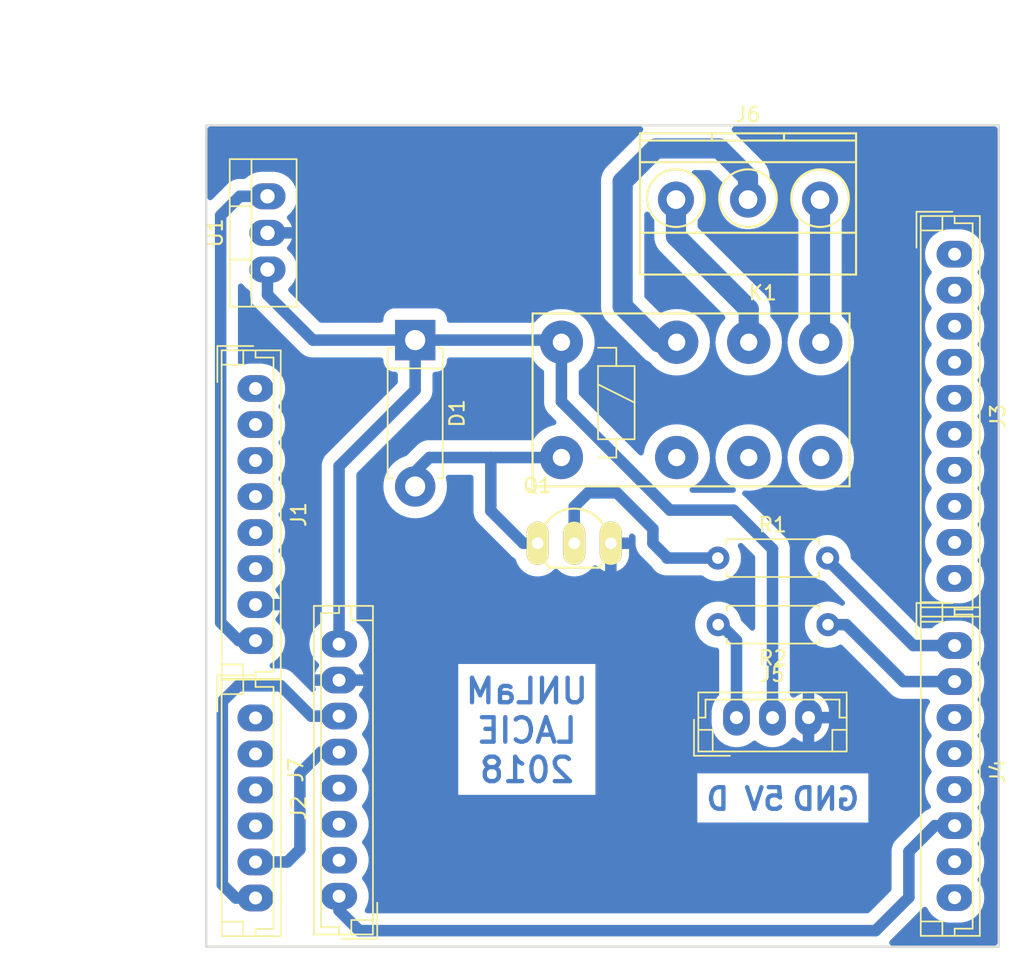
<source format=kicad_pcb>
(kicad_pcb (version 20221018) (generator pcbnew)
  (layers (0 "F.Cu" signal) (31 "B.Cu" signal) (34 "B.Paste" user) (35 "F.Paste" user) (36 "B.SilkS" user "B.Silkscreen") (37 "F.SilkS" user "F.Silkscreen") (38 "B.Mask" user) (39 "F.Mask" user) (44 "Edge.Cuts" user))
  (net 0 "")
  (net 1 "+5V")
  (net 2 "Net-(D1-Pad2)")
  (net 3 "Net-(J1-Pad1)")
  (net 4 "Net-(J1-Pad2)")
  (net 5 "Net-(J1-Pad3)")
  (net 6 "Net-(J1-Pad4)")
  (net 7 "Net-(J1-Pad5)")
  (net 8 "Net-(J1-Pad6)")
  (net 9 "GND")
  (net 10 "/Vin")
  (net 11 "Net-(J2-Pad1)")
  (net 12 "Net-(J2-Pad2)")
  (net 13 "Net-(J2-Pad3)")
  (net 14 "Net-(J2-Pad4)")
  (net 15 "/SDA")
  (net 16 "/SCL")
  (net 17 "Net-(J3-Pad1)")
  (net 18 "Net-(J3-Pad2)")
  (net 19 "Net-(J3-Pad3)")
  (net 20 "Net-(J3-Pad4)")
  (net 21 "Net-(J3-Pad5)")
  (net 22 "Net-(J3-Pad6)")
  (net 23 "Net-(J3-Pad7)")
  (net 24 "Net-(J3-Pad8)")
  (net 25 "Net-(J3-Pad9)")
  (net 26 "Net-(J3-Pad10)")
  (net 27 "Net-(J4-Pad1)")
  (net 28 "Net-(J4-Pad2)")
  (net 29 "Net-(J4-Pad3)")
  (net 30 "Net-(J4-Pad4)")
  (net 31 "Net-(J4-Pad5)")
  (net 32 "/INT")
  (net 33 "Net-(J4-Pad7)")
  (net 34 "Net-(J4-Pad8)")
  (net 35 "/Data")
  (net 36 "Net-(J6-Pad3)")
  (net 37 "Net-(J6-Pad1)")
  (net 38 "Net-(J6-Pad2)")
  (net 39 "Net-(J7-Pad2)")
  (net 40 "Net-(J7-Pad3)")
  (net 41 "Net-(J7-Pad4)")
  (net 42 "Net-(Q1-Pad2)")
  (net 43 "Net-(K1-Pad13)")
  (net 44 "Net-(K1-Pad11)")
  (net 45 "Net-(K1-Pad9)")
  (footprint "huellas:D_5W_P10.16mm_Horizontal" (layer "F.Cu") (at 35 35.9 -90)
    (fp_text reference "D1" (at 5.08 -2.91 270) (layer "F.SilkS"))
    (fp_text value "D")
    (fp_line (start 0.57 -1.91) (end 9.59 -1.91) (stroke (width 0.12)) (layer "F.SilkS"))
    (fp_line (start 0.57 -1.58) (end 0.57 -1.91) (stroke (width 0.12)) (layer "F.SilkS"))
    (fp_line (start 0.57 1.58) (end 0.57 1.91) (stroke (width 0.12)) (layer "F.SilkS"))
    (fp_line (start 0.57 1.91) (end 9.59 1.91) (stroke (width 0.12)) (layer "F.SilkS"))
    (fp_line (start 1.965 -1.91) (end 1.965 1.91) (stroke (width 0.12)) (layer "F.SilkS"))
    (fp_line (start 9.59 -1.91) (end 9.59 -1.58) (stroke (width 0.12)) (layer "F.SilkS"))
    (fp_line (start 9.59 1.91) (end 9.59 1.58) (stroke (width 0.12)) (layer "F.SilkS"))
    (pad "1" thru_hole rect (at 0 0 270) (size 2.8 2.8) (drill 1.4) (layers "*.Cu" "*.Mask") (net 1 "+5V"))
    (pad "2" thru_hole oval (at 10.16 0 270) (size 2.8 2.8) (drill 1.4) (layers "*.Cu" "*.Mask") (net 2 "Net-(D1-Pad2)"))
  )
  (footprint "huellas:JST_EH_B08B-EH-A_08x2.50mm_Straight" (layer "F.Cu") (at 23.92 39.26 -90)
    (fp_text reference "J1" (at 8.75 -3 270) (layer "F.SilkS"))
    (fp_text value "CONN_01X08")
    (fp_line (start -2.95 0.15) (end -2.95 2.65) (stroke (width 0.12)) (layer "F.SilkS"))
    (fp_line (start -2.95 2.65) (end -0.45 2.65) (stroke (width 0.12)) (layer "F.SilkS"))
    (fp_line (start -2.65 -1.75) (end -2.65 2.35) (stroke (width 0.12)) (layer "F.SilkS"))
    (fp_line (start -2.65 0) (end -2.15 0) (stroke (width 0.12)) (layer "F.SilkS"))
    (fp_line (start -2.65 0.85) (end -1.65 0.85) (stroke (width 0.12)) (layer "F.SilkS"))
    (fp_line (start -2.65 2.35) (end 20.15 2.35) (stroke (width 0.12)) (layer "F.SilkS"))
    (fp_line (start -2.15 -1.25) (end 19.65 -1.25) (stroke (width 0.12)) (layer "F.SilkS"))
    (fp_line (start -2.15 0) (end -2.15 -1.25) (stroke (width 0.12)) (layer "F.SilkS"))
    (fp_line (start -1.65 0.85) (end -1.65 2.35) (stroke (width 0.12)) (layer "F.SilkS"))
    (fp_line (start 19.15 0.85) (end 19.15 2.35) (stroke (width 0.12)) (layer "F.SilkS"))
    (fp_line (start 19.65 -1.25) (end 19.65 0) (stroke (width 0.12)) (layer "F.SilkS"))
    (fp_line (start 19.65 0) (end 20.15 0) (stroke (width 0.12)) (layer "F.SilkS"))
    (fp_line (start 20.15 -1.75) (end -2.65 -1.75) (stroke (width 0.12)) (layer "F.SilkS"))
    (fp_line (start 20.15 0.85) (end 19.15 0.85) (stroke (width 0.12)) (layer "F.SilkS"))
    (fp_line (start 20.15 2.35) (end 20.15 -1.75) (stroke (width 0.12)) (layer "F.SilkS"))
    (pad "1" thru_hole oval (at 0 0 270) (size 1.85 2.5) (drill 0.9) (layers "*.Cu" "*.Mask") (net 3 "Net-(J1-Pad1)"))
    (pad "2" thru_hole oval (at 2.5 0 270) (size 1.85 2.5) (drill 0.9) (layers "*.Cu" "*.Mask") (net 4 "Net-(J1-Pad2)"))
    (pad "3" thru_hole oval (at 5 0 270) (size 1.85 2.5) (drill 0.9) (layers "*.Cu" "*.Mask") (net 5 "Net-(J1-Pad3)"))
    (pad "4" thru_hole oval (at 7.5 0 270) (size 1.85 2.5) (drill 0.9) (layers "*.Cu" "*.Mask") (net 6 "Net-(J1-Pad4)"))
    (pad "5" thru_hole oval (at 10 0 270) (size 1.85 2.5) (drill 0.9) (layers "*.Cu" "*.Mask") (net 7 "Net-(J1-Pad5)"))
    (pad "6" thru_hole oval (at 12.5 0 270) (size 1.85 2.5) (drill 0.9) (layers "*.Cu" "*.Mask") (net 8 "Net-(J1-Pad6)"))
    (pad "7" thru_hole oval (at 15 0 270) (size 1.85 2.5) (drill 0.9) (layers "*.Cu" "*.Mask") (net 9 "GND"))
    (pad "8" thru_hole oval (at 17.5 0 270) (size 1.85 2.5) (drill 0.9) (layers "*.Cu" "*.Mask") (net 10 "/Vin"))
  )
  (footprint "huellas:JST_EH_B06B-EH-A_06x2.50mm_Straight" (layer "F.Cu") (at 23.92 62.12 -90)
    (fp_text reference "J2" (at 6.25 -3 270) (layer "F.SilkS"))
    (fp_text value "CONN_01X06")
    (fp_line (start -2.95 0.15) (end -2.95 2.65) (stroke (width 0.12)) (layer "F.SilkS"))
    (fp_line (start -2.95 2.65) (end -0.45 2.65) (stroke (width 0.12)) (layer "F.SilkS"))
    (fp_line (start -2.65 -1.75) (end -2.65 2.35) (stroke (width 0.12)) (layer "F.SilkS"))
    (fp_line (start -2.65 0) (end -2.15 0) (stroke (width 0.12)) (layer "F.SilkS"))
    (fp_line (start -2.65 0.85) (end -1.65 0.85) (stroke (width 0.12)) (layer "F.SilkS"))
    (fp_line (start -2.65 2.35) (end 15.15 2.35) (stroke (width 0.12)) (layer "F.SilkS"))
    (fp_line (start -2.15 -1.25) (end 14.65 -1.25) (stroke (width 0.12)) (layer "F.SilkS"))
    (fp_line (start -2.15 0) (end -2.15 -1.25) (stroke (width 0.12)) (layer "F.SilkS"))
    (fp_line (start -1.65 0.85) (end -1.65 2.35) (stroke (width 0.12)) (layer "F.SilkS"))
    (fp_line (start 14.15 0.85) (end 14.15 2.35) (stroke (width 0.12)) (layer "F.SilkS"))
    (fp_line (start 14.65 -1.25) (end 14.65 0) (stroke (width 0.12)) (layer "F.SilkS"))
    (fp_line (start 14.65 0) (end 15.15 0) (stroke (width 0.12)) (layer "F.SilkS"))
    (fp_line (start 15.15 -1.75) (end -2.65 -1.75) (stroke (width 0.12)) (layer "F.SilkS"))
    (fp_line (start 15.15 0.85) (end 14.15 0.85) (stroke (width 0.12)) (layer "F.SilkS"))
    (fp_line (start 15.15 2.35) (end 15.15 -1.75) (stroke (width 0.12)) (layer "F.SilkS"))
    (pad "1" thru_hole oval (at 0 0 270) (size 1.85 2.5) (drill 0.9) (layers "*.Cu" "*.Mask") (net 11 "Net-(J2-Pad1)"))
    (pad "2" thru_hole oval (at 2.5 0 270) (size 1.85 2.5) (drill 0.9) (layers "*.Cu" "*.Mask") (net 12 "Net-(J2-Pad2)"))
    (pad "3" thru_hole oval (at 5 0 270) (size 1.85 2.5) (drill 0.9) (layers "*.Cu" "*.Mask") (net 13 "Net-(J2-Pad3)"))
    (pad "4" thru_hole oval (at 7.5 0 270) (size 1.85 2.5) (drill 0.9) (layers "*.Cu" "*.Mask") (net 14 "Net-(J2-Pad4)"))
    (pad "5" thru_hole oval (at 10 0 270) (size 1.85 2.5) (drill 0.9) (layers "*.Cu" "*.Mask") (net 15 "/SDA"))
    (pad "6" thru_hole oval (at 12.5 0 270) (size 1.85 2.5) (drill 0.9) (layers "*.Cu" "*.Mask") (net 16 "/SCL"))
  )
  (footprint "huellas:JST_EH_B10B-EH-A_10x2.50mm_Straight" (layer "F.Cu") (at 72.44 29.94 -90)
    (fp_text reference "J3" (at 11.25 -3 270) (layer "F.SilkS"))
    (fp_text value "CONN_01X10")
    (fp_line (start -2.95 0.15) (end -2.95 2.65) (stroke (width 0.12)) (layer "F.SilkS"))
    (fp_line (start -2.95 2.65) (end -0.45 2.65) (stroke (width 0.12)) (layer "F.SilkS"))
    (fp_line (start -2.65 -1.75) (end -2.65 2.35) (stroke (width 0.12)) (layer "F.SilkS"))
    (fp_line (start -2.65 0) (end -2.15 0) (stroke (width 0.12)) (layer "F.SilkS"))
    (fp_line (start -2.65 0.85) (end -1.65 0.85) (stroke (width 0.12)) (layer "F.SilkS"))
    (fp_line (start -2.65 2.35) (end 25.15 2.35) (stroke (width 0.12)) (layer "F.SilkS"))
    (fp_line (start -2.15 -1.25) (end 24.65 -1.25) (stroke (width 0.12)) (layer "F.SilkS"))
    (fp_line (start -2.15 0) (end -2.15 -1.25) (stroke (width 0.12)) (layer "F.SilkS"))
    (fp_line (start -1.65 0.85) (end -1.65 2.35) (stroke (width 0.12)) (layer "F.SilkS"))
    (fp_line (start 24.15 0.85) (end 24.15 2.35) (stroke (width 0.12)) (layer "F.SilkS"))
    (fp_line (start 24.65 -1.25) (end 24.65 0) (stroke (width 0.12)) (layer "F.SilkS"))
    (fp_line (start 24.65 0) (end 25.15 0) (stroke (width 0.12)) (layer "F.SilkS"))
    (fp_line (start 25.15 -1.75) (end -2.65 -1.75) (stroke (width 0.12)) (layer "F.SilkS"))
    (fp_line (start 25.15 0.85) (end 24.15 0.85) (stroke (width 0.12)) (layer "F.SilkS"))
    (fp_line (start 25.15 2.35) (end 25.15 -1.75) (stroke (width 0.12)) (layer "F.SilkS"))
    (pad "1" thru_hole oval (at 0 0 270) (size 1.85 2.5) (drill 0.9) (layers "*.Cu" "*.Mask") (net 17 "Net-(J3-Pad1)"))
    (pad "2" thru_hole oval (at 2.5 0 270) (size 1.85 2.5) (drill 0.9) (layers "*.Cu" "*.Mask") (net 18 "Net-(J3-Pad2)"))
    (pad "3" thru_hole oval (at 5 0 270) (size 1.85 2.5) (drill 0.9) (layers "*.Cu" "*.Mask") (net 19 "Net-(J3-Pad3)"))
    (pad "4" thru_hole oval (at 7.5 0 270) (size 1.85 2.5) (drill 0.9) (layers "*.Cu" "*.Mask") (net 20 "Net-(J3-Pad4)"))
    (pad "5" thru_hole oval (at 10 0 270) (size 1.85 2.5) (drill 0.9) (layers "*.Cu" "*.Mask") (net 21 "Net-(J3-Pad5)"))
    (pad "6" thru_hole oval (at 12.5 0 270) (size 1.85 2.5) (drill 0.9) (layers "*.Cu" "*.Mask") (net 22 "Net-(J3-Pad6)"))
    (pad "7" thru_hole oval (at 15 0 270) (size 1.85 2.5) (drill 0.9) (layers "*.Cu" "*.Mask") (net 23 "Net-(J3-Pad7)"))
    (pad "8" thru_hole oval (at 17.5 0 270) (size 1.85 2.5) (drill 0.9) (layers "*.Cu" "*.Mask") (net 24 "Net-(J3-Pad8)"))
    (pad "9" thru_hole oval (at 20 0 270) (size 1.85 2.5) (drill 0.9) (layers "*.Cu" "*.Mask") (net 25 "Net-(J3-Pad9)"))
    (pad "10" thru_hole oval (at 22.5 0 270) (size 1.85 2.5) (drill 0.9) (layers "*.Cu" "*.Mask") (net 26 "Net-(J3-Pad10)"))
  )
  (footprint "huellas:JST_EH_B08B-EH-A_08x2.50mm_Straight" (layer "F.Cu") (at 72.4408 57.0992 -90)
    (fp_text reference "J4" (at 8.75 -3 270) (layer "F.SilkS"))
    (fp_text value "CONN_01X08")
    (fp_line (start -2.95 0.15) (end -2.95 2.65) (stroke (width 0.12)) (layer "F.SilkS"))
    (fp_line (start -2.95 2.65) (end -0.45 2.65) (stroke (width 0.12)) (layer "F.SilkS"))
    (fp_line (start -2.65 -1.75) (end -2.65 2.35) (stroke (width 0.12)) (layer "F.SilkS"))
    (fp_line (start -2.65 0) (end -2.15 0) (stroke (width 0.12)) (layer "F.SilkS"))
    (fp_line (start -2.65 0.85) (end -1.65 0.85) (stroke (width 0.12)) (layer "F.SilkS"))
    (fp_line (start -2.65 2.35) (end 20.15 2.35) (stroke (width 0.12)) (layer "F.SilkS"))
    (fp_line (start -2.15 -1.25) (end 19.65 -1.25) (stroke (width 0.12)) (layer "F.SilkS"))
    (fp_line (start -2.15 0) (end -2.15 -1.25) (stroke (width 0.12)) (layer "F.SilkS"))
    (fp_line (start -1.65 0.85) (end -1.65 2.35) (stroke (width 0.12)) (layer "F.SilkS"))
    (fp_line (start 19.15 0.85) (end 19.15 2.35) (stroke (width 0.12)) (layer "F.SilkS"))
    (fp_line (start 19.65 -1.25) (end 19.65 0) (stroke (width 0.12)) (layer "F.SilkS"))
    (fp_line (start 19.65 0) (end 20.15 0) (stroke (width 0.12)) (layer "F.SilkS"))
    (fp_line (start 20.15 -1.75) (end -2.65 -1.75) (stroke (width 0.12)) (layer "F.SilkS"))
    (fp_line (start 20.15 0.85) (end 19.15 0.85) (stroke (width 0.12)) (layer "F.SilkS"))
    (fp_line (start 20.15 2.35) (end 20.15 -1.75) (stroke (width 0.12)) (layer "F.SilkS"))
    (pad "1" thru_hole oval (at 0 0 270) (size 1.85 2.5) (drill 0.9) (layers "*.Cu" "*.Mask") (net 27 "Net-(J4-Pad1)"))
    (pad "2" thru_hole oval (at 2.5 0 270) (size 1.85 2.5) (drill 0.9) (layers "*.Cu" "*.Mask") (net 28 "Net-(J4-Pad2)"))
    (pad "3" thru_hole oval (at 5 0 270) (size 1.85 2.5) (drill 0.9) (layers "*.Cu" "*.Mask") (net 29 "Net-(J4-Pad3)"))
    (pad "4" thru_hole oval (at 7.5 0 270) (size 1.85 2.5) (drill 0.9) (layers "*.Cu" "*.Mask") (net 30 "Net-(J4-Pad4)"))
    (pad "5" thru_hole oval (at 10 0 270) (size 1.85 2.5) (drill 0.9) (layers "*.Cu" "*.Mask") (net 31 "Net-(J4-Pad5)"))
    (pad "6" thru_hole oval (at 12.5 0 270) (size 1.85 2.5) (drill 0.9) (layers "*.Cu" "*.Mask") (net 32 "/INT"))
    (pad "7" thru_hole oval (at 15 0 270) (size 1.85 2.5) (drill 0.9) (layers "*.Cu" "*.Mask") (net 33 "Net-(J4-Pad7)"))
    (pad "8" thru_hole oval (at 17.5 0 270) (size 1.85 2.5) (drill 0.9) (layers "*.Cu" "*.Mask") (net 34 "Net-(J4-Pad8)"))
  )
  (footprint "huellas:JST_EH_B03B-EH-A_03x2.50mm_Straight" (layer "F.Cu") (at 57.3 62.1)
    (fp_text reference "J5" (at 2.5 -3) (layer "F.SilkS"))
    (fp_text value "CONN_01X03")
    (fp_line (start -2.95 0.15) (end -2.95 2.65) (stroke (width 0.12)) (layer "F.SilkS"))
    (fp_line (start -2.95 2.65) (end -0.45 2.65) (stroke (width 0.12)) (layer "F.SilkS"))
    (fp_line (start -2.65 -1.75) (end -2.65 2.35) (stroke (width 0.12)) (layer "F.SilkS"))
    (fp_line (start -2.65 0) (end -2.15 0) (stroke (width 0.12)) (layer "F.SilkS"))
    (fp_line (start -2.65 0.85) (end -1.65 0.85) (stroke (width 0.12)) (layer "F.SilkS"))
    (fp_line (start -2.65 2.35) (end 7.65 2.35) (stroke (width 0.12)) (layer "F.SilkS"))
    (fp_line (start -2.15 -1.25) (end 7.15 -1.25) (stroke (width 0.12)) (layer "F.SilkS"))
    (fp_line (start -2.15 0) (end -2.15 -1.25) (stroke (width 0.12)) (layer "F.SilkS"))
    (fp_line (start -1.65 0.85) (end -1.65 2.35) (stroke (width 0.12)) (layer "F.SilkS"))
    (fp_line (start 6.65 0.85) (end 6.65 2.35) (stroke (width 0.12)) (layer "F.SilkS"))
    (fp_line (start 7.15 -1.25) (end 7.15 0) (stroke (width 0.12)) (layer "F.SilkS"))
    (fp_line (start 7.15 0) (end 7.65 0) (stroke (width 0.12)) (layer "F.SilkS"))
    (fp_line (start 7.65 -1.75) (end -2.65 -1.75) (stroke (width 0.12)) (layer "F.SilkS"))
    (fp_line (start 7.65 0.85) (end 6.65 0.85) (stroke (width 0.12)) (layer "F.SilkS"))
    (fp_line (start 7.65 2.35) (end 7.65 -1.75) (stroke (width 0.12)) (layer "F.SilkS"))
    (pad "1" thru_hole oval (at 0 0) (size 1.85 2.5) (drill 0.9) (layers "*.Cu" "*.Mask") (net 35 "/Data"))
    (pad "2" thru_hole oval (at 2.5 0) (size 1.85 2.5) (drill 0.9) (layers "*.Cu" "*.Mask") (net 1 "+5V"))
    (pad "3" thru_hole oval (at 5 0) (size 1.85 2.5) (drill 0.9) (layers "*.Cu" "*.Mask") (net 9 "GND"))
  )
  (footprint "huellas:TerminalBlock_Pheonix_MKDS1.5-3pol" (layer "F.Cu") (at 63.1 26.15 180)
    (fp_text reference "J6" (at 5 5.9 180) (layer "F.SilkS"))
    (fp_text value "Screw_Terminal_1x03")
    (fp_line (start -2.5 -5.2) (end -2.5 4.6) (stroke (width 0.15)) (layer "F.SilkS"))
    (fp_line (start -2.5 -2.3) (end 12.5 -2.3) (stroke (width 0.15)) (layer "F.SilkS"))
    (fp_line (start -2.5 2.6) (end 12.5 2.6) (stroke (width 0.15)) (layer "F.SilkS"))
    (fp_line (start -2.5 4.1) (end 12.5 4.1) (stroke (width 0.15)) (layer "F.SilkS"))
    (fp_line (start -2.5 4.6) (end 12.5 4.6) (stroke (width 0.15)) (layer "F.SilkS"))
    (fp_line (start 2.5 4.1) (end 2.5 4.6) (stroke (width 0.15)) (layer "F.SilkS"))
    (fp_line (start 7.5 4.1) (end 7.5 4.6) (stroke (width 0.15)) (layer "F.SilkS"))
    (fp_line (start 12.5 -5.2) (end -2.5 -5.2) (stroke (width 0.15)) (layer "F.SilkS"))
    (fp_line (start 12.5 4.6) (end 12.5 -5.2) (stroke (width 0.15)) (layer "F.SilkS"))
    (fp_circle (center 0 0.1) (end 2 0.1) (stroke (width 0.15)) (fill none) (layer "F.SilkS"))
    (fp_circle (center 5 0.1) (end 3 0.1) (stroke (width 0.15)) (fill none) (layer "F.SilkS"))
    (fp_circle (center 10 0.1) (end 8 0.1) (stroke (width 0.15)) (fill none) (layer "F.SilkS"))
    (pad "1" thru_hole circle (at 0 0 180) (size 2.5 2.5) (drill 1.3) (layers "*.Cu" "*.Mask") (net 37 "Net-(J6-Pad1)"))
    (pad "2" thru_hole circle (at 5 0 180) (size 2.5 2.5) (drill 1.3) (layers "*.Cu" "*.Mask") (net 38 "Net-(J6-Pad2)"))
    (pad "3" thru_hole circle (at 10 0 180) (size 2.5 2.5) (drill 1.3) (layers "*.Cu" "*.Mask") (net 36 "Net-(J6-Pad3)"))
  )
  (footprint "huellas:JST_EH_B08B-EH-A_08x2.50mm_Straight" (layer "F.Cu") (at 29.718 74.4982 90)
    (fp_text reference "J7" (at 8.75 -3 90) (layer "F.SilkS"))
    (fp_text value "CONN_01X08")
    (fp_line (start -2.95 0.15) (end -2.95 2.65) (stroke (width 0.12)) (layer "F.SilkS"))
    (fp_line (start -2.95 2.65) (end -0.45 2.65) (stroke (width 0.12)) (layer "F.SilkS"))
    (fp_line (start -2.65 -1.75) (end -2.65 2.35) (stroke (width 0.12)) (layer "F.SilkS"))
    (fp_line (start -2.65 0) (end -2.15 0) (stroke (width 0.12)) (layer "F.SilkS"))
    (fp_line (start -2.65 0.85) (end -1.65 0.85) (stroke (width 0.12)) (layer "F.SilkS"))
    (fp_line (start -2.65 2.35) (end 20.15 2.35) (stroke (width 0.12)) (layer "F.SilkS"))
    (fp_line (start -2.15 -1.25) (end 19.65 -1.25) (stroke (width 0.12)) (layer "F.SilkS"))
    (fp_line (start -2.15 0) (end -2.15 -1.25) (stroke (width 0.12)) (layer "F.SilkS"))
    (fp_line (start -1.65 0.85) (end -1.65 2.35) (stroke (width 0.12)) (layer "F.SilkS"))
    (fp_line (start 19.15 0.85) (end 19.15 2.35) (stroke (width 0.12)) (layer "F.SilkS"))
    (fp_line (start 19.65 -1.25) (end 19.65 0) (stroke (width 0.12)) (layer "F.SilkS"))
    (fp_line (start 19.65 0) (end 20.15 0) (stroke (width 0.12)) (layer "F.SilkS"))
    (fp_line (start 20.15 -1.75) (end -2.65 -1.75) (stroke (width 0.12)) (layer "F.SilkS"))
    (fp_line (start 20.15 0.85) (end 19.15 0.85) (stroke (width 0.12)) (layer "F.SilkS"))
    (fp_line (start 20.15 2.35) (end 20.15 -1.75) (stroke (width 0.12)) (layer "F.SilkS"))
    (pad "1" thru_hole oval (at 0 0 90) (size 1.85 2.5) (drill 0.9) (layers "*.Cu" "*.Mask") (net 32 "/INT"))
    (pad "2" thru_hole oval (at 2.5 0 90) (size 1.85 2.5) (drill 0.9) (layers "*.Cu" "*.Mask") (net 39 "Net-(J7-Pad2)"))
    (pad "3" thru_hole oval (at 5 0 90) (size 1.85 2.5) (drill 0.9) (layers "*.Cu" "*.Mask") (net 40 "Net-(J7-Pad3)"))
    (pad "4" thru_hole oval (at 7.5 0 90) (size 1.85 2.5) (drill 0.9) (layers "*.Cu" "*.Mask") (net 41 "Net-(J7-Pad4)"))
    (pad "5" thru_hole oval (at 10 0 90) (size 1.85 2.5) (drill 0.9) (layers "*.Cu" "*.Mask") (net 15 "/SDA"))
    (pad "6" thru_hole oval (at 12.5 0 90) (size 1.85 2.5) (drill 0.9) (layers "*.Cu" "*.Mask") (net 16 "/SCL"))
    (pad "7" thru_hole oval (at 15 0 90) (size 1.85 2.5) (drill 0.9) (layers "*.Cu" "*.Mask") (net 9 "GND"))
    (pad "8" thru_hole oval (at 17.5 0 90) (size 1.85 2.5) (drill 0.9) (layers "*.Cu" "*.Mask") (net 1 "+5V"))
  )
  (footprint "huellas:Relay_THT_5V" (layer "F.Cu") (at 45.15 44.05)
    (fp_text reference "K1" (at 13.97 -11.43) (layer "F.SilkS"))
    (fp_text value "AZ850-x")
    (fp_line (start -2 -10) (end -2 2) (stroke (width 0.15)) (layer "F.SilkS"))
    (fp_line (start -2 2) (end 20 2) (stroke (width 0.15)) (layer "F.SilkS"))
    (fp_line (start 2.54 -7.62) (end 3.81 -7.62) (stroke (width 0.12)) (layer "F.SilkS"))
    (fp_line (start 2.54 -6.35) (end 3.81 -6.35) (stroke (width 0.12)) (layer "F.SilkS"))
    (fp_line (start 2.54 -5.08) (end 5.08 -3.81) (stroke (width 0.12)) (layer "F.SilkS"))
    (fp_line (start 2.54 -1.27) (end 2.54 -6.35) (stroke (width 0.12)) (layer "F.SilkS"))
    (fp_line (start 3.81 -7.62) (end 3.81 -6.35) (stroke (width 0.12)) (layer "F.SilkS"))
    (fp_line (start 3.81 -6.35) (end 5.08 -6.35) (stroke (width 0.12)) (layer "F.SilkS"))
    (fp_line (start 3.81 -1.27) (end 3.81 0) (stroke (width 0.12)) (layer "F.SilkS"))
    (fp_line (start 3.81 0) (end 2.54 0) (stroke (width 0.12)) (layer "F.SilkS"))
    (fp_line (start 5.08 -6.35) (end 5.08 -1.27) (stroke (width 0.12)) (layer "F.SilkS"))
    (fp_line (start 5.08 -1.27) (end 2.54 -1.27) (stroke (width 0.12)) (layer "F.SilkS"))
    (fp_line (start 20 -10) (end -2 -10) (stroke (width 0.15)) (layer "F.SilkS"))
    (fp_line (start 20 2) (end 20 -10) (stroke (width 0.15)) (layer "F.SilkS"))
    (pad "1" thru_hole circle (at 0 -8) (size 2.99974 2.99974) (drill 1.19888) (layers "*.Cu" "*.Mask") (net 1 "+5V"))
    (pad "4" thru_hole circle (at 8 -8) (size 2.99974 2.99974) (drill 1.19888) (layers "*.Cu" "*.Mask") (net 38 "Net-(J6-Pad2)"))
    (pad "6" thru_hole circle (at 13 -8) (size 2.99974 2.99974) (drill 1.19888) (layers "*.Cu" "*.Mask") (net 36 "Net-(J6-Pad3)"))
    (pad "8" thru_hole circle (at 18 -8) (size 2.99974 2.99974) (drill 1.19888) (layers "*.Cu" "*.Mask") (net 37 "Net-(J6-Pad1)"))
    (pad "9" thru_hole circle (at 18 0) (size 2.99974 2.99974) (drill 1.19888) (layers "*.Cu" "*.Mask") (net 45 "Net-(K1-Pad9)"))
    (pad "11" thru_hole circle (at 13 0) (size 2.99974 2.99974) (drill 1.19888) (layers "*.Cu" "*.Mask") (net 44 "Net-(K1-Pad11)"))
    (pad "13" thru_hole circle (at 8 0) (size 2.99974 2.99974) (drill 1.19888) (layers "*.Cu" "*.Mask") (net 43 "Net-(K1-Pad13)"))
    (pad "16" thru_hole circle (at 0 0) (size 2.99974 2.99974) (drill 1.19888) (layers "*.Cu" "*.Mask") (net 2 "Net-(D1-Pad2)"))
  )
  (footprint "TO_SOT_Packages_THT:TO-92_Inline_Wide" (layer "F.Cu") (at 43.5 50)
    (fp_text reference "Q1" (at 0 -4 180) (layer "F.SilkS"))
    (fp_text value "BC548")
    (fp_line (start 0.84 1.7) (end 4.24 1.7) (stroke (width 0.15)) (layer "F.SilkS"))
    (fp_arc (start 0.355121 -0.993127) (mid 1.240675 -2.017858) (end 2.54 -2.4) (stroke (width 0.15)) (layer "F.SilkS"))
    (fp_arc (start 0.84 1.7) (mid 0.564627 1.370365) (end 0.352305 0.99699) (stroke (width 0.15)) (layer "F.SilkS"))
    (fp_arc (start 2.54 -2.4) (mid 3.839326 -2.017858) (end 4.724879 -0.993127) (stroke (width 0.15)) (layer "F.SilkS"))
    (fp_arc (start 4.727695 0.99699) (mid 4.515373 1.370365) (end 4.24 1.7) (stroke (width 0.15)) (layer "F.SilkS"))
    (pad "1" thru_hole oval (at 0 0 90) (size 3 1.524) (drill 0.8) (layers "*.Cu" "*.Mask" "F.SilkS") (net 2 "Net-(D1-Pad2)"))
    (pad "2" thru_hole oval (at 2.54 0 90) (size 3 1.524) (drill 0.8) (layers "*.Cu" "*.Mask" "F.SilkS") (net 42 "Net-(Q1-Pad2)"))
    (pad "3" thru_hole oval (at 5.08 0 90) (size 3 1.524) (drill 0.8) (layers "*.Cu" "*.Mask" "F.SilkS") (net 9 "GND"))
  )
  (footprint "huellas:R_Axial_DIN0207_L6.3mm_D2.5mm_P7.62mm_Horizontal" (layer "F.Cu") (at 56.007 51.0286)
    (fp_text reference "R1" (at 3.81 -2.31) (layer "F.SilkS"))
    (fp_text value "1K")
    (fp_line (start 0.6 -1.31) (end 7.02 -1.31) (stroke (width 0.12)) (layer "F.SilkS"))
    (fp_line (start 0.6 -0.98) (end 0.6 -1.31) (stroke (width 0.12)) (layer "F.SilkS"))
    (fp_line (start 0.6 0.98) (end 0.6 1.31) (stroke (width 0.12)) (layer "F.SilkS"))
    (fp_line (start 0.6 1.31) (end 7.02 1.31) (stroke (width 0.12)) (layer "F.SilkS"))
    (fp_line (start 7.02 -1.31) (end 7.02 -0.98) (stroke (width 0.12)) (layer "F.SilkS"))
    (fp_line (start 7.02 1.31) (end 7.02 0.98) (stroke (width 0.12)) (layer "F.SilkS"))
    (pad "1" thru_hole circle (at 0 0) (size 1.6 1.6) (drill 0.8) (layers "*.Cu" "*.Mask") (net 42 "Net-(Q1-Pad2)"))
    (pad "2" thru_hole oval (at 7.62 0) (size 1.6 1.6) (drill 0.8) (layers "*.Cu" "*.Mask") (net 27 "Net-(J4-Pad1)"))
  )
  (footprint "huellas:R_Axial_DIN0207_L6.3mm_D2.5mm_P7.62mm_Horizontal" (layer "F.Cu") (at 63.6524 55.6514 180)
    (fp_text reference "R2" (at 3.81 -2.31 180) (layer "F.SilkS"))
    (fp_text value "330")
    (fp_line (start 0.6 -1.31) (end 7.02 -1.31) (stroke (width 0.12)) (layer "F.SilkS"))
    (fp_line (start 0.6 -0.98) (end 0.6 -1.31) (stroke (width 0.12)) (layer "F.SilkS"))
    (fp_line (start 0.6 0.98) (end 0.6 1.31) (stroke (width 0.12)) (layer "F.SilkS"))
    (fp_line (start 0.6 1.31) (end 7.02 1.31) (stroke (width 0.12)) (layer "F.SilkS"))
    (fp_line (start 7.02 -1.31) (end 7.02 -0.98) (stroke (width 0.12)) (layer "F.SilkS"))
    (fp_line (start 7.02 1.31) (end 7.02 0.98) (stroke (width 0.12)) (layer "F.SilkS"))
    (pad "1" thru_hole circle (at 0 0 180) (size 1.6 1.6) (drill 0.8) (layers "*.Cu" "*.Mask") (net 28 "Net-(J4-Pad2)"))
    (pad "2" thru_hole oval (at 7.62 0 180) (size 1.6 1.6) (drill 0.8) (layers "*.Cu" "*.Mask") (net 35 "/Data"))
  )
  (footprint "huellas:TO-220_Vertical" (layer "F.Cu") (at 24.75 31 90)
    (fp_text reference "U1" (at 2.54 -3.62 90) (layer "F.SilkS"))
    (fp_text value "7805")
    (fp_line (start -2.58 -2.62) (end -2.58 2.021) (stroke (width 0.12)) (layer "F.SilkS"))
    (fp_line (start -2.58 -2.62) (end 7.66 -2.62) (stroke (width 0.12)) (layer "F.SilkS"))
    (fp_line (start -2.58 -1.11) (end 7.66 -1.11) (stroke (width 0.12)) (layer "F.SilkS"))
    (fp_line (start -2.58 2.021) (end 7.66 2.021) (stroke (width 0.12)) (layer "F.SilkS"))
    (fp_line (start 0.69 -2.62) (end 0.69 -1.11) (stroke (width 0.12)) (layer "F.SilkS"))
    (fp_line (start 4.391 -2.62) (end 4.391 -1.11) (stroke (width 0.12)) (layer "F.SilkS"))
    (fp_line (start 7.66 -2.62) (end 7.66 2.021) (stroke (width 0.12)) (layer "F.SilkS"))
    (pad "1" thru_hole oval (at 0 0 90) (size 1.8 2.5) (drill 1) (layers "*.Cu" "*.Mask") (net 1 "+5V"))
    (pad "2" thru_hole oval (at 2.54 0 90) (size 1.8 2.5) (drill 1) (layers "*.Cu" "*.Mask") (net 9 "GND"))
    (pad "3" thru_hole oval (at 5.08 0 90) (size 1.8 2.5) (drill 1) (layers "*.Cu" "*.Mask") (net 10 "/Vin"))
  )
  (gr_line (start 20.5 21) (end 75.5 21) (stroke (width 0.15)) (layer "Edge.Cuts"))
  (gr_line (start 20.5 78) (end 20.5 21) (stroke (width 0.15)) (layer "Edge.Cuts"))
  (gr_line (start 75.5 21) (end 75.5 78) (stroke (width 0.15)) (layer "Edge.Cuts"))
  (gr_line (start 75.5 78) (end 20.5 78) (stroke (width 0.15)) (layer "Edge.Cuts"))
  (gr_text "5V" (at 59.25 67.75) (layer "B.Cu") (effects (font (size 1.5 1.5) (thickness 0.3)) (justify mirror)))
  (gr_text "D" (at 56 67.75) (layer "B.Cu") (effects (font (size 1.5 1.5) (thickness 0.3)) (justify mirror)))
  (gr_text "UNLaM\nLACIE\n2018" (at 42.75 63) (layer "B.Cu") (effects (font (size 1.7 1.7) (thickness 0.3)) (justify mirror)))
  (gr_text "GND" (at 63.5 67.75) (layer "B.Cu") (effects (font (size 1.5 1.5) (thickness 0.3)) (justify mirror)))
  (segment (start 45 35.9) (end 45.15 36.05) (width 0.8) (layer "B.Cu") (net 1))
  (segment (start 35 35.9) (end 27.9 35.9) (width 0.8) (layer "B.Cu") (net 1))
  (segment (start 29.718 44.6532) (end 35 39.3712) (width 0.8) (layer "B.Cu") (net 1))
  (segment (start 35 39.3712) (end 35 35.9) (width 0.8) (layer "B.Cu") (net 1))
  (segment (start 24.75 32.75) (end 24.75 31) (width 0.8) (layer "B.Cu") (net 1))
  (segment (start 52.679914 47.7) (end 57.1 47.7) (width 0.8) (layer "B.Cu") (net 1))
  (segment (start 59.8 50.4) (end 59.8 60.05) (width 0.8) (layer "B.Cu") (net 1))
  (segment (start 35 35.9) (end 45 35.9) (width 0.8) (layer "B.Cu") (net 1))
  (segment (start 45.15 36.05) (end 45.15 40.170086) (width 0.8) (layer "B.Cu") (net 1))
  (segment (start 57.1 47.7) (end 59.8 50.4) (width 0.8) (layer "B.Cu") (net 1))
  (segment (start 45.15 40.170086) (end 52.679914 47.7) (width 0.8) (layer "B.Cu") (net 1))
  (segment (start 59.8 60.05) (end 59.8 62.1) (width 0.8) (layer "B.Cu") (net 1))
  (segment (start 29.718 56.9982) (end 29.718 44.6532) (width 0.8) (layer "B.Cu") (net 1))
  (segment (start 27.9 35.9) (end 24.75 32.75) (width 0.8) (layer "B.Cu") (net 1))
  (segment (start 45.1 44) (end 45.15 44.05) (width 0.6) (layer "B.Cu") (net 2))
  (segment (start 45.15 44.05) (end 45 44.2) (width 0.8) (layer "B.Cu") (net 2))
  (segment (start 35 45.0354) (end 35.9854 44.05) (width 0.8) (layer "B.Cu") (net 2))
  (segment (start 35.9854 44.05) (end 40.25 44.05) (width 0.8) (layer "B.Cu") (net 2))
  (segment (start 42.5 50) (end 40.25 47.75) (width 0.8) (layer "B.Cu") (net 2))
  (segment (start 40.25 47.75) (end 40.25 44.05) (width 0.8) (layer "B.Cu") (net 2))
  (segment (start 40.25 44.05) (end 45.15 44.05) (width 0.8) (layer "B.Cu") (net 2))
  (segment (start 35 46.06) (end 35 45.0354) (width 0.8) (layer "B.Cu") (net 2))
  (segment (start 43.5 50) (end 42.5 50) (width 0.8) (layer "B.Cu") (net 2))
  (segment (start 22.76 56.76) (end 21.5 55.5) (width 0.8) (layer "B.Cu") (net 10))
  (segment (start 21.5 55.5) (end 21.5 27.25) (width 0.8) (layer "B.Cu") (net 10))
  (segment (start 21.5 27.25) (end 22.83 25.92) (width 0.8) (layer "B.Cu") (net 10))
  (segment (start 22.83 25.92) (end 24.75 25.92) (width 0.8) (layer "B.Cu") (net 10))
  (segment (start 23.92 56.76) (end 23.26 56.76) (width 0.8) (layer "B.Cu") (net 10))
  (segment (start 23.92 56.76) (end 22.76 56.76) (width 0.8) (layer "B.Cu") (net 10))
  (segment (start 26.1272 72.12) (end 27.0002 71.247) (width 0.8) (layer "B.Cu") (net 15))
  (segment (start 27.0002 71.247) (end 27.0002 65.9638) (width 0.8) (layer "B.Cu") (net 15))
  (segment (start 27.0002 65.9638) (end 28.4658 64.4982) (width 0.8) (layer "B.Cu") (net 15))
  (segment (start 28.4658 64.4982) (end 29.718 64.4982) (width 0.8) (layer "B.Cu") (net 15))
  (segment (start 23.92 72.12) (end 26.1272 72.12) (width 0.8) (layer "B.Cu") (net 15))
  (segment (start 23.92 72.12) (end 25.08 72.12) (width 0.8) (layer "B.Cu") (net 15))
  (segment (start 27.7844 61.9982) (end 25.6794 59.8932) (width 0.8) (layer "B.Cu") (net 16))
  (segment (start 25.6794 59.8932) (end 22.7076 59.8932) (width 0.8) (layer "B.Cu") (net 16))
  (segment (start 22.7076 59.8932) (end 21.6154 60.9854) (width 0.8) (layer "B.Cu") (net 16))
  (segment (start 21.6154 60.9854) (end 21.6154 73.6854) (width 0.8) (layer "B.Cu") (net 16))
  (segment (start 21.6154 73.6854) (end 22.55 74.62) (width 0.8) (layer "B.Cu") (net 16))
  (segment (start 22.55 74.62) (end 23.92 74.62) (width 0.8) (layer "B.Cu") (net 16))
  (segment (start 23.92 74.62) (end 24.38 74.62) (width 0.8) (layer "B.Cu") (net 16))
  (segment (start 23.92 74.62) (end 23.92 74.82) (width 0.6) (layer "B.Cu") (net 16))
  (segment (start 29.718 61.9982) (end 27.7844 61.9982) (width 0.8) (layer "B.Cu") (net 16))
  (segment (start 69.5706 57.0992) (end 63.627 51.1556) (width 0.8) (layer "B.Cu") (net 27))
  (segment (start 63.627 51.1556) (end 63.627 51.0286) (width 0.8) (layer "B.Cu") (net 27))
  (segment (start 72.4408 57.0992) (end 69.5706 57.0992) (width 0.8) (layer "B.Cu") (net 27))
  (segment (start 64.9224 55.6514) (end 68.8702 59.5992) (width 0.8) (layer "B.Cu") (net 28))
  (segment (start 68.8702 59.5992) (end 72.4408 59.5992) (width 0.8) (layer "B.Cu") (net 28))
  (segment (start 63.6524 55.6514) (end 64.9224 55.6514) (width 0.8) (layer "B.Cu") (net 28))
  (segment (start 29.718 75.4888) (end 31.115 76.8858) (width 0.8) (layer "B.Cu") (net 32))
  (segment (start 31.115 76.8858) (end 66.9544 76.8858) (width 0.8) (layer "B.Cu") (net 32))
  (segment (start 66.9544 76.8858) (end 69.2658 74.5744) (width 0.8) (layer "B.Cu") (net 32))
  (segment (start 69.2658 74.5744) (end 69.2658 71.3994) (width 0.8) (layer "B.Cu") (net 32))
  (segment (start 69.2658 71.3994) (end 71.066 69.5992) (width 0.8) (layer "B.Cu") (net 32))
  (segment (start 71.066 69.5992) (end 72.4408 69.5992) (width 0.8) (layer "B.Cu") (net 32))
  (segment (start 29.718 74.4982) (end 29.718 75.4888) (width 0.8) (layer "B.Cu") (net 32))
  (segment (start 56.2102 55.6514) (end 57.3 56.7412) (width 0.8) (layer "B.Cu") (net 35))
  (segment (start 57.3 56.7412) (end 57.3 62.1) (width 0.8) (layer "B.Cu") (net 35))
  (segment (start 56.0324 55.6514) (end 56.2102 55.6514) (width 0.8) (layer "B.Cu") (net 35))
  (segment (start 53.1 28.7) (end 58.15 33.75) (width 1.4) (layer "B.Cu") (net 36))
  (segment (start 58.15 33.75) (end 58.15 36.05) (width 1.4) (layer "B.Cu") (net 36))
  (segment (start 53.1 26.15) (end 53.1 28.7) (width 1.4) (layer "B.Cu") (net 36))
  (segment (start 63.1 36) (end 63.15 36.05) (width 1.4) (layer "B.Cu") (net 37))
  (segment (start 63.1 26.15) (end 63.1 36) (width 1.4) (layer "B.Cu") (net 37))
  (segment (start 51.9 36.05) (end 49.4 33.55) (width 1.4) (layer "B.Cu") (net 38))
  (segment (start 49.4 33.55) (end 49.4 24.9) (width 1.4) (layer "B.Cu") (net 38))
  (segment (start 49.4 24.9) (end 51.7 22.6) (width 1.4) (layer "B.Cu") (net 38))
  (segment (start 51.7 22.6) (end 56.1 22.6) (width 1.4) (layer "B.Cu") (net 38))
  (segment (start 56.1 22.6) (end 58.1 24.6) (width 1.4) (layer "B.Cu") (net 38))
  (segment (start 58.1 24.6) (end 58.1 26.15) (width 1.4) (layer "B.Cu") (net 38))
  (segment (start 53.15 36.05) (end 51.9 36.05) (width 1.4) (layer "B.Cu") (net 38))
  (segment (start 56.007 51.0286) (end 52.4764 51.0286) (width 0.8) (layer "B.Cu") (net 42))
  (segment (start 46.04 48.71) (end 46.04 50) (width 0.8) (layer "B.Cu") (net 42))
  (segment (start 49 46.5) (end 47 46.5) (width 0.8) (layer "B.Cu") (net 42))
  (segment (start 52.4764 51.0286) (end 52.4764 50.9764) (width 0.8) (layer "B.Cu") (net 42))
  (segment (start 46.04 47.46) (end 46.04 50) (width 0.8) (layer "B.Cu") (net 42))
  (segment (start 47 46.5) (end 46.04 47.46) (width 0.8) (layer "B.Cu") (net 42))
  (segment (start 51.5 49) (end 49 46.5) (width 0.8) (layer "B.Cu") (net 42))
  (segment (start 51.5 50) (end 51.5 49) (width 0.8) (layer "B.Cu") (net 42))
  (segment (start 52.4764 50.9764) (end 51.5 50) (width 0.8) (layer "B.Cu") (net 42))
  (zone (net 9) (net_name "GND") (layer "B.Cu") (connect_pads (clearance 0.8)) (min_thickness 0.4) (fill yes (thermal_gap 0.5) (thermal_bridge_width 0.8))
    (polygon (pts (xy 77.26 79.9) (xy 18.84 79.9) (xy 18.84 16.4) (xy 77.26 16.4)))
  )
)
</source>
